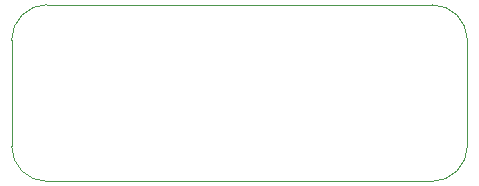
<source format=gbr>
%TF.GenerationSoftware,Altium Limited,Altium Designer,20.0.10 (225)*%
G04 Layer_Color=0*
%FSLAX26Y26*%
%MOIN*%
%TF.FileFunction,Profile,NP*%
%TF.Part,Single*%
G01*
G75*
%TA.AperFunction,Profile*%
%ADD24C,0.001000*%
D24*
X1653543Y3188976D02*
Y3541890D01*
D02*
G02*
X1771653Y3660000I118110J0D01*
G01*
X3054724D01*
D02*
G02*
X3172835Y3541890I0J-118110D01*
G01*
Y3188976D01*
D02*
G02*
X3054724Y3070866I-118110J0D01*
G01*
X1771653D01*
D02*
G02*
X1653543Y3188976I0J118110D01*
G01*
%TF.MD5,01b7f582ca5a90cb60477a7067b3bcfb*%
M02*

</source>
